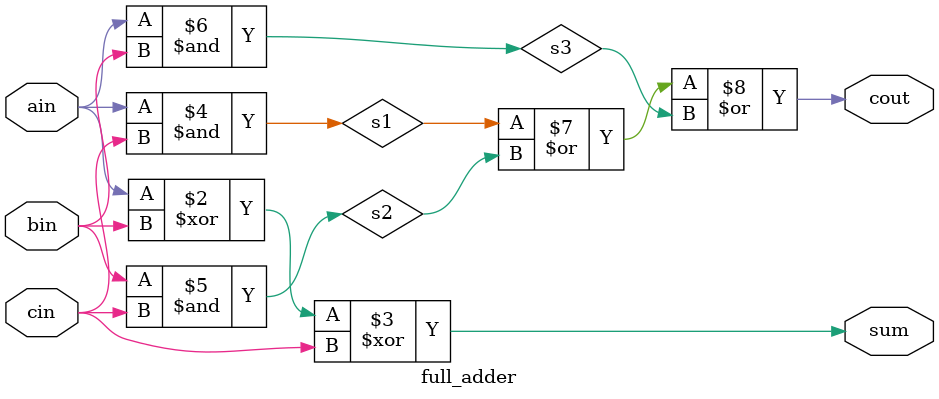
<source format=v>
module full_adder(
	//输入信号，ain表示被加数，bin表示加数，cin表示低位向高位的进位
	input ain,bin,cin,
	//输出信号,cout表示向高位的进位，sum表示本位的相加和
	output reg cout,sum

);
reg s1,s2,s3;
always @(ain or bin or cin) begin
	sum=(ain^bin)^cin;//本位和输出表达式
	s1=ain&cin;
	s2=bin&cin;
	s3=ain&bin;
	cout=(s1|s2)|s3;//高位进位输出表达式
end
endmodule

</source>
